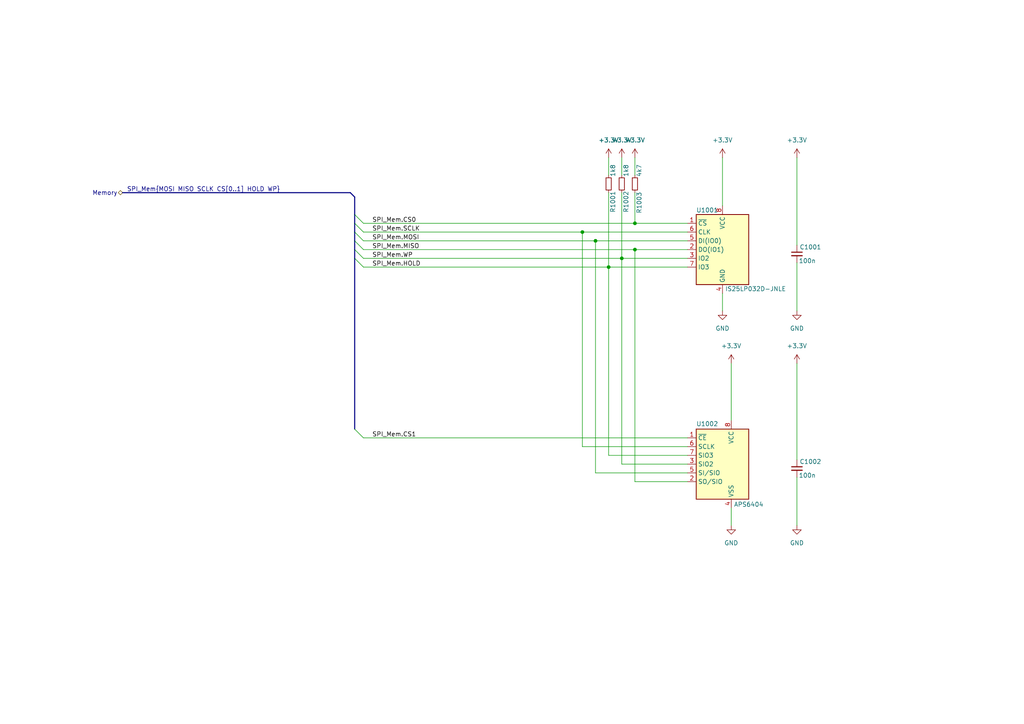
<source format=kicad_sch>
(kicad_sch (version 20250114) (generator "eeschema") (generator_version "9.0")
  (paper "A4")
  (lib_symbols
    (symbol "Device:C_Small" (pin_numbers (hide yes)) (pin_names (offset 0.254) (hide yes))
      (property "Reference" "C" (at 0.254 1.778 0))
      (property "Value" "C_Small" (at 0.254 -2.032 0))
      (symbol "C_Small_0_1"
        (polyline (pts (xy -1.524 0.508) (xy 1.524 0.508)) (stroke (width 0.3048)))
        (polyline (pts (xy -1.524 -0.508) (xy 1.524 -0.508)) (stroke (width 0.3302)))
      )
      (symbol "C_Small_1_1"
        (pin passive line (at 0 2.54 270) (length 2.032) (name "~") (number "1"))
        (pin passive line (at 0 -2.54 90) (length 2.032) (name "~") (number "2"))
      )
    )
    (symbol "Device:R_Small" (pin_numbers (hide yes)) (pin_names (offset 0.254) (hide yes))
      (property "Reference" "R" (at 0.762 0.508 0))
      (property "Value" "R_Small" (at 0.762 -1.016 0))
      (symbol "R_Small_0_1"
        (rectangle (start -0.762 1.778) (end 0.762 -1.778) (stroke (width 0.2032)))
      )
      (symbol "R_Small_1_1"
        (pin passive line (at 0 2.54 270) (length 0.762) (name "~") (number "1"))
        (pin passive line (at 0 -2.54 90) (length 0.762) (name "~") (number "2"))
      )
    )
    (symbol "Memory_Flash:W25Q32JVSS"
      (property "Reference" "U" (at -6.35 11.43 0))
      (property "Value" "W25Q32JVSS" (at 7.62 11.43 0))
      (symbol "W25Q32JVSS_0_1"
        (rectangle (start -7.62 10.16) (end 7.62 -10.16) (stroke (width 0.254)) (fill (type background)))
      )
      (symbol "W25Q32JVSS_1_1"
        (pin input line (at -10.16 7.62 0) (length 2.54) (name "~{CS}") (number "1"))
        (pin input line (at -10.16 5.08 0) (length 2.54) (name "CLK") (number "6"))
        (pin bidirectional line (at -10.16 2.54 0) (length 2.54) (name "DI(IO0)") (number "5"))
        (pin bidirectional line (at -10.16 0 0) (length 2.54) (name "DO(IO1)") (number "2"))
        (pin bidirectional line (at -10.16 -2.54 0) (length 2.54) (name "IO2") (number "3"))
        (pin bidirectional line (at -10.16 -5.08 0) (length 2.54) (name "IO3") (number "7"))
        (pin power_in line (at 0 12.7 270) (length 2.54) (name "VCC") (number "8"))
        (pin power_in line (at 0 -12.7 90) (length 2.54) (name "GND") (number "4"))
      )
    )
    (symbol "Memory_RAM:ESP-PSRAM32"
      (property "Reference" "U" (at 3.81 11.43 0))
      (property "Value" "ESP-PSRAM32" (at -1.27 -11.43 0))
      (symbol "ESP-PSRAM32_0_1"
        (rectangle (start -7.62 10.16) (end 7.62 -10.16) (stroke (width 0.254)) (fill (type background)))
      )
      (symbol "ESP-PSRAM32_1_1"
        (pin power_in line (at -2.54 12.7 270) (length 2.54) (name "VCC") (number "8"))
        (pin power_in line (at -2.54 -12.7 90) (length 2.54) (name "VSS") (number "4"))
        (pin input line (at 10.16 7.62 180) (length 2.54) (name "~{CE}") (number "1"))
        (pin output line (at 10.16 5.08 180) (length 2.54) (name "SCLK") (number "6"))
        (pin bidirectional line (at 10.16 2.54 180) (length 2.54) (name "SIO3") (number "7"))
        (pin bidirectional line (at 10.16 0 180) (length 2.54) (name "SIO2") (number "3"))
        (pin input line (at 10.16 -2.54 180) (length 2.54) (name "SI/SIO") (number "5"))
        (pin output line (at 10.16 -5.08 180) (length 2.54) (name "SO/SIO") (number "2"))
      )
    )
    (symbol "power:+3.3V" (power) (pin_names (offset 0))
      (property "Value" "+3.3V" (at 0 3.556 0))
      (symbol "+3.3V_0_1"
        (polyline (pts (xy -0.762 1.27) (xy 0 2.54)))
        (polyline (pts (xy 0 2.54) (xy 0.762 1.27)))
        (polyline (pts (xy 0 0) (xy 0 2.54)))
      )
      (symbol "+3.3V_1_1"
        (pin power_in line (at 0 0 90) (length 0) (hide yes) (name "+3.3V") (number "1"))
      )
    )
    (symbol "power:GND" (power) (pin_names (offset 0))
      (property "Value" "GND" (at 0 -3.81 0))
      (symbol "GND_0_1"
        (polyline (pts (xy 0 0) (xy 0 -1.27) (xy 1.27 -1.27) (xy 0 -2.54) (xy -1.27 -1.27) (xy 0 -1.27)))
      )
      (symbol "GND_1_1"
        (pin power_in line (at 0 0 270) (length 0) (hide yes) (name "GND") (number "1"))
      )
    )
  )
  (junction (at 176.53 77.47))
  (junction (at 168.91 67.31))
  (junction (at 172.72 69.85))
  (junction (at 180.34 74.93))
  (junction (at 184.15 72.39))
  (junction (at 184.15 64.77))
  (bus_entry (at 102.87 124.46) (size 2.54 2.54))
  (bus_entry (at 102.87 72.39) (size 2.54 2.54))
  (bus_entry (at 102.87 67.31) (size 2.54 2.54))
  (bus_entry (at 102.87 64.77) (size 2.54 2.54))
  (bus_entry (at 102.87 74.93) (size 2.54 2.54))
  (bus_entry (at 102.87 69.85) (size 2.54 2.54))
  (bus_entry (at 102.87 62.23) (size 2.54 2.54))
  (wire (pts (xy 176.53 55.88) (xy 176.53 77.47)))
  (wire (pts (xy 180.34 134.62) (xy 199.39 134.62)))
  (wire (pts (xy 176.53 132.08) (xy 176.53 77.47)))
  (wire (pts (xy 209.55 85.09) (xy 209.55 90.17)))
  (wire (pts (xy 176.53 77.47) (xy 199.39 77.47)))
  (wire (pts (xy 168.91 129.54) (xy 168.91 67.31)))
  (wire (pts (xy 105.41 127) (xy 199.39 127)))
  (wire (pts (xy 184.15 55.88) (xy 184.15 64.77)))
  (wire (pts (xy 105.41 72.39) (xy 184.15 72.39)))
  (wire (pts (xy 212.09 105.41) (xy 212.09 121.92)))
  (wire (pts (xy 184.15 64.77) (xy 105.41 64.77)))
  (bus (pts (xy 102.87 57.15) (xy 102.87 62.23)))
  (wire (pts (xy 184.15 64.77) (xy 199.39 64.77)))
  (bus (pts (xy 102.87 72.39) (xy 102.87 74.93)))
  (wire (pts (xy 184.15 45.72) (xy 184.15 50.8)))
  (wire (pts (xy 168.91 129.54) (xy 199.39 129.54)))
  (wire (pts (xy 184.15 139.7) (xy 184.15 72.39)))
  (wire (pts (xy 172.72 137.16) (xy 199.39 137.16)))
  (bus (pts (xy 102.87 69.85) (xy 102.87 72.39)))
  (wire (pts (xy 231.14 45.72) (xy 231.14 71.12)))
  (wire (pts (xy 199.39 72.39) (xy 184.15 72.39)))
  (bus (pts (xy 102.87 67.31) (xy 102.87 69.85)))
  (bus (pts (xy 102.87 62.23) (xy 102.87 64.77)))
  (wire (pts (xy 212.09 147.32) (xy 212.09 152.4)))
  (wire (pts (xy 176.53 132.08) (xy 199.39 132.08)))
  (wire (pts (xy 199.39 69.85) (xy 172.72 69.85)))
  (bus (pts (xy 102.87 64.77) (xy 102.87 67.31)))
  (bus (pts (xy 35.56 55.88) (xy 101.6 55.88)))
  (wire (pts (xy 231.14 76.2) (xy 231.14 90.17)))
  (wire (pts (xy 180.34 134.62) (xy 180.34 74.93)))
  (wire (pts (xy 231.14 105.41) (xy 231.14 133.35)))
  (wire (pts (xy 105.41 69.85) (xy 172.72 69.85)))
  (wire (pts (xy 105.41 67.31) (xy 168.91 67.31)))
  (wire (pts (xy 209.55 45.72) (xy 209.55 59.69)))
  (wire (pts (xy 172.72 137.16) (xy 172.72 69.85)))
  (wire (pts (xy 105.41 74.93) (xy 180.34 74.93)))
  (bus (pts (xy 102.87 74.93) (xy 102.87 124.46)))
  (wire (pts (xy 184.15 139.7) (xy 199.39 139.7)))
  (bus (pts (xy 102.87 57.15) (xy 101.6 55.88)))
  (wire (pts (xy 180.34 45.72) (xy 180.34 50.8)))
  (wire (pts (xy 180.34 74.93) (xy 199.39 74.93)))
  (wire (pts (xy 180.34 55.88) (xy 180.34 74.93)))
  (wire (pts (xy 105.41 77.47) (xy 176.53 77.47)))
  (wire (pts (xy 231.14 138.43) (xy 231.14 152.4)))
  (wire (pts (xy 199.39 67.31) (xy 168.91 67.31)))
  (wire (pts (xy 176.53 45.72) (xy 176.53 50.8)))
  (label "SPI_Mem.CS0" (at 107.95 64.77 0))
  (label "SPI_Mem.SCLK" (at 107.95 67.31 0))
  (label "SPI_Mem.HOLD" (at 107.95 77.47 0))
  (label "SPI_Mem.WP" (at 107.95 74.93 0))
  (label "SPI_Mem{MOSI MISO SCLK CS[0..1] HOLD WP}" (at 81.28 55.88 180))
  (label "SPI_Mem.MISO" (at 107.95 72.39 0))
  (label "SPI_Mem.CS1" (at 107.95 127 0))
  (label "SPI_Mem.MOSI" (at 107.95 69.85 0))
  (hierarchical_label "Memory" (shape bidirectional) (at 35.56 55.88 180))
  (symbol (lib_id "Device:C_Small") (at 231.14 135.89 0) (mirror y) (unit 1)
    (property "Reference" "C1002" (at 231.902 134.62 0) (effects (justify right bottom)))
    (property "Value" "100n" (at 231.648 137.16 0) (effects (justify right top)))
    (property "Footprint" "Capacitor_SMD:C_0402_1005Metric" (effects (hide yes)))
    (property "Description" "Unpolarized capacitor, small symbol" (effects (hide yes)))
    (property "Würth" "885012205037" (effects (hide yes)))
  )
  (symbol (lib_id "power:+3.3V") (at 212.09 105.41 0) (unit 1)
    (property "Reference" "#PWR01009" (effects (hide yes)))
    (property "Value" "+3.3V" (at 212.09 100.33 0))
    (property "Description" "Power symbol creates a global label with name \"+3.3V\"" (effects (hide yes)))
  )
  (symbol (lib_id "power:+3.3V") (at 209.55 45.72 0) (mirror y) (unit 1)
    (property "Reference" "#PWR01005" (effects (hide yes)))
    (property "Value" "+3.3V" (at 209.55 40.64 0))
    (property "Description" "Power symbol creates a global label with name \"+3.3V\"" (effects (hide yes)))
  )
  (symbol (lib_id "Memory_Flash:W25Q32JVSS") (at 209.55 72.39 0) (unit 1)
    (property "Reference" "U1001" (at 201.93 60.96 0) (effects (justify left)))
    (property "Value" "IS25LP032D-JNLE" (at 210.312 83.058 0) (effects (justify left top)))
    (property "Footprint" "Package_SO:SOIC-8_3.9x4.9mm_P1.27mm" (effects (hide yes)))
    (property "Datasheet" "http://www.winbond.com/resource-files/w25q32jv%20revg%2003272018%20plus.pdf" (effects (hide yes)))
    (property "Description" "32Mb Serial Flash Memory, Standard/Dual/Quad SPI, SOIC-8" (effects (hide yes)))
    (property "Würth" "-" (effects (hide yes)))
  )
  (symbol (lib_id "power:GND") (at 231.14 90.17 0) (mirror y) (unit 1)
    (property "Reference" "#PWR01008" (effects (hide yes)))
    (property "Value" "GND" (at 231.14 95.25 0))
    (property "Description" "Power symbol creates a global label with name \"GND\" , ground" (effects (hide yes)))
  )
  (symbol (lib_id "power:GND") (at 209.55 90.17 0) (mirror y) (unit 1)
    (property "Reference" "#PWR01007" (effects (hide yes)))
    (property "Value" "GND" (at 209.55 95.25 0))
    (property "Description" "Power symbol creates a global label with name \"GND\" , ground" (effects (hide yes)))
  )
  (symbol (lib_id "Device:C_Small") (at 231.14 73.66 0) (mirror y) (unit 1)
    (property "Reference" "C1001" (at 231.902 72.39 0) (effects (justify right bottom)))
    (property "Value" "100n" (at 231.648 74.93 0) (effects (justify right top)))
    (property "Footprint" "Capacitor_SMD:C_0402_1005Metric" (effects (hide yes)))
    (property "Description" "Unpolarized capacitor, small symbol" (effects (hide yes)))
    (property "Würth" "885012205037" (effects (hide yes)))
  )
  (symbol (lib_id "power:+3.3V") (at 231.14 45.72 0) (mirror y) (unit 1)
    (property "Reference" "#PWR01006" (effects (hide yes)))
    (property "Value" "+3.3V" (at 231.14 40.64 0))
    (property "Description" "Power symbol creates a global label with name \"+3.3V\"" (effects (hide yes)))
  )
  (symbol (lib_id "power:+3.3V") (at 231.14 105.41 0) (unit 1)
    (property "Reference" "#PWR01010" (effects (hide yes)))
    (property "Value" "+3.3V" (at 231.14 100.33 0))
    (property "Description" "Power symbol creates a global label with name \"+3.3V\"" (effects (hide yes)))
  )
  (symbol (lib_id "power:+3.3V") (at 184.15 45.72 0) (mirror y) (unit 1)
    (property "Reference" "#PWR01003" (effects (hide yes)))
    (property "Value" "+3.3V" (at 184.15 40.64 0))
    (property "Description" "Power symbol creates a global label with name \"+3.3V\"" (effects (hide yes)))
  )
  (symbol (lib_id "power:GND") (at 231.14 152.4 0) (unit 1)
    (property "Reference" "#PWR01012" (effects (hide yes)))
    (property "Value" "GND" (at 231.14 157.48 0))
    (property "Description" "Power symbol creates a global label with name \"GND\" , ground" (effects (hide yes)))
  )
  (symbol (lib_id "Device:R_Small") (at 180.34 53.34 0) (mirror x) (unit 1)
    (property "Reference" "R1002" (at 180.848 55.372 90) (effects (justify left top)))
    (property "Value" "1k8" (at 180.848 51.308 90) (effects (justify right top)))
    (property "Footprint" "Resistor_SMD:R_0402_1005Metric" (effects (hide yes)))
    (property "Description" "Resistor, small symbol" (effects (hide yes)))
    (property "Würth" "560112110209" (effects (hide yes)))
  )
  (symbol (lib_id "Device:R_Small") (at 176.53 53.34 0) (mirror x) (unit 1)
    (property "Reference" "R1001" (at 177.038 55.372 90) (effects (justify left top)))
    (property "Value" "1k8" (at 177.038 51.308 90) (effects (justify right top)))
    (property "Footprint" "Resistor_SMD:R_0402_1005Metric" (effects (hide yes)))
    (property "Description" "Resistor, small symbol" (effects (hide yes)))
    (property "Würth" "560112110209" (effects (hide yes)))
  )
  (symbol (lib_id "Memory_RAM:ESP-PSRAM32") (at 209.55 134.62 0) (mirror y) (unit 1)
    (property "Reference" "U1002" (at 201.93 122.936 0) (effects (justify right)))
    (property "Value" "APS6404" (at 212.852 146.304 0) (effects (justify right)))
    (property "Footprint" "Package_SO:SOIC-8_3.9x4.9mm_P1.27mm" (effects (hide yes)))
    (property "Datasheet" "https://www.espressif.com/sites/default/files/documentation/esp-psram32_datasheet_en.pdf" (effects (hide yes)))
    (property "Description" "32 Mbit serial pseudo SRAM device organized as 4Mx8 bits, 1.8 VCC, SOIC8 (SOP8)" (effects (hide yes)))
  )
  (symbol (lib_id "Device:R_Small") (at 184.15 53.34 0) (mirror y) (unit 1)
    (property "Reference" "R1003" (at 184.658 55.626 90) (effects (justify right bottom)))
    (property "Value" "4k7" (at 184.658 51.308 90) (effects (justify left bottom)))
    (property "Footprint" "Resistor_SMD:R_0402_1005Metric" (effects (hide yes)))
    (property "Description" "Resistor, small symbol" (effects (hide yes)))
    (property "Würth" "560112110245" (effects (hide yes)))
  )
  (symbol (lib_id "power:GND") (at 212.09 152.4 0) (unit 1)
    (property "Reference" "#PWR01011" (effects (hide yes)))
    (property "Value" "GND" (at 212.09 157.48 0))
    (property "Description" "Power symbol creates a global label with name \"GND\" , ground" (effects (hide yes)))
  )
  (symbol (lib_id "power:+3.3V") (at 176.53 45.72 0) (mirror y) (unit 1)
    (property "Reference" "#PWR01001" (effects (hide yes)))
    (property "Value" "+3.3V" (at 176.53 40.64 0))
    (property "Description" "Power symbol creates a global label with name \"+3.3V\"" (effects (hide yes)))
  )
  (symbol (lib_id "power:+3.3V") (at 180.34 45.72 0) (mirror y) (unit 1)
    (property "Reference" "#PWR01002" (effects (hide yes)))
    (property "Value" "+3.3V" (at 180.34 40.64 0))
    (property "Description" "Power symbol creates a global label with name \"+3.3V\"" (effects (hide yes)))
  )
)
</source>
